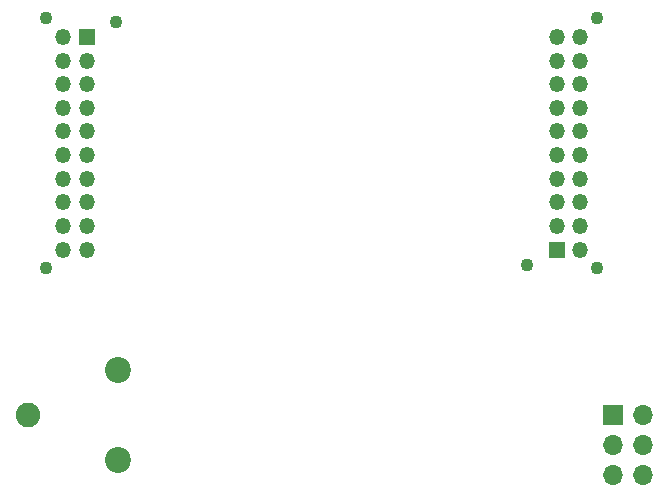
<source format=gbs>
%TF.GenerationSoftware,KiCad,Pcbnew,(7.0.0)*%
%TF.CreationDate,2023-03-13T22:20:03+00:00*%
%TF.ProjectId,main,6d61696e-2e6b-4696-9361-645f70636258,1.0*%
%TF.SameCoordinates,Original*%
%TF.FileFunction,Soldermask,Bot*%
%TF.FilePolarity,Negative*%
%FSLAX46Y46*%
G04 Gerber Fmt 4.6, Leading zero omitted, Abs format (unit mm)*
G04 Created by KiCad (PCBNEW (7.0.0)) date 2023-03-13 22:20:03*
%MOMM*%
%LPD*%
G01*
G04 APERTURE LIST*
%ADD10O,1.350000X1.350000*%
%ADD11R,1.350000X1.350000*%
%ADD12C,1.100000*%
%ADD13R,1.700000X1.700000*%
%ADD14O,1.700000X1.700000*%
%ADD15C,2.082800*%
%ADD16C,2.200000*%
G04 APERTURE END LIST*
D10*
X81799999Y-29999999D03*
X81799999Y-31999999D03*
X81799999Y-33999999D03*
X81799999Y-35999999D03*
X81799999Y-37999999D03*
X81799999Y-39999999D03*
X81799999Y-41999999D03*
X81799999Y-43999999D03*
X81799999Y-45999999D03*
X81799999Y-47999999D03*
X79799999Y-29999999D03*
X79799999Y-31999999D03*
X79799999Y-33999999D03*
X79799999Y-35999999D03*
X79799999Y-37999999D03*
X79799999Y-39999999D03*
X79799999Y-41999999D03*
X79799999Y-43999999D03*
X79799999Y-45999999D03*
D11*
X79799999Y-47999999D03*
D12*
X83200000Y-28400000D03*
X83200000Y-49600000D03*
X77300000Y-49300000D03*
D10*
X37999999Y-47999999D03*
X37999999Y-45999999D03*
X37999999Y-43999999D03*
X37999999Y-41999999D03*
X37999999Y-39999999D03*
X37999999Y-37999999D03*
X37999999Y-35999999D03*
X37999999Y-33999999D03*
X37999999Y-31999999D03*
X37999999Y-29999999D03*
X39999999Y-47999999D03*
X39999999Y-45999999D03*
X39999999Y-43999999D03*
X39999999Y-41999999D03*
X39999999Y-39999999D03*
X39999999Y-37999999D03*
X39999999Y-35999999D03*
X39999999Y-33999999D03*
X39999999Y-31999999D03*
D11*
X39999999Y-29999999D03*
D12*
X36600000Y-49600000D03*
X36600000Y-28400000D03*
X42500000Y-28700000D03*
D13*
X84559999Y-62019999D03*
D14*
X87099999Y-62019999D03*
X84559999Y-64559999D03*
X87099999Y-64559999D03*
X84559999Y-67099999D03*
X87099999Y-67099999D03*
D15*
X35054900Y-62000000D03*
D16*
X42674900Y-58190000D03*
X42674900Y-65810000D03*
M02*

</source>
